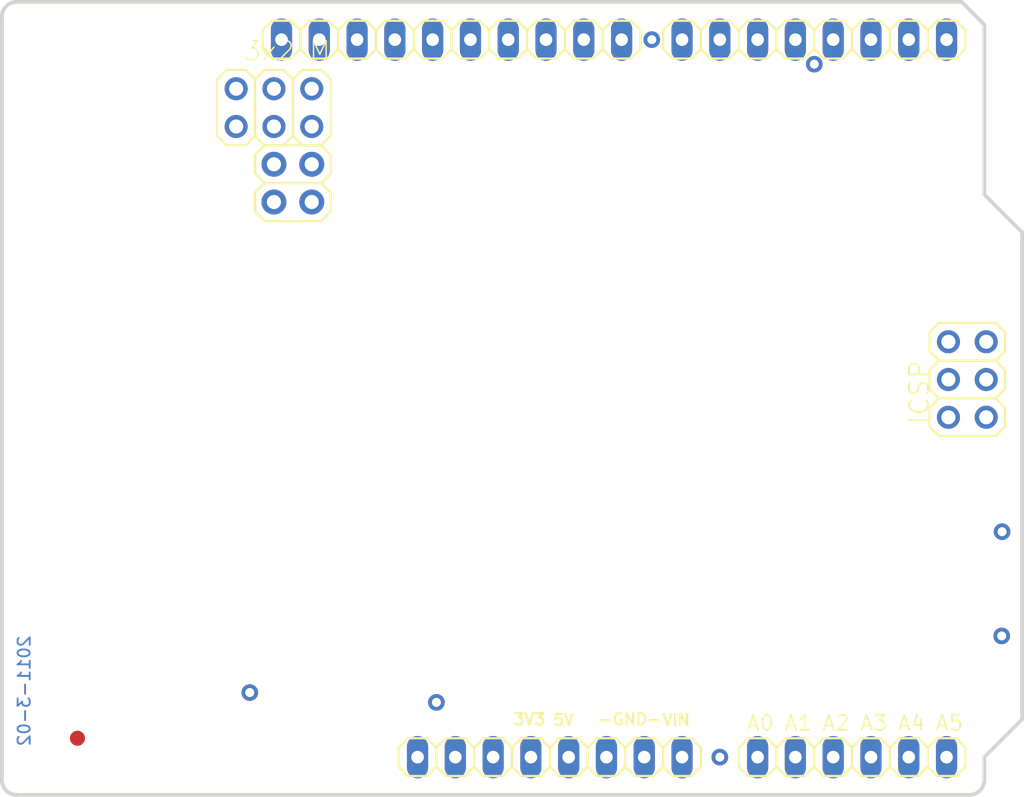
<source format=kicad_pcb>
(kicad_pcb (version 20171130) (host pcbnew 5.1.9+dfsg1-1)

  (general
    (thickness 1.6)
    (drawings 23)
    (tracks 0)
    (zones 0)
    (modules 19)
    (nets 35)
  )

  (page A4)
  (layers
    (0 Top signal)
    (31 Bottom signal)
    (32 B.Adhes user)
    (33 F.Adhes user)
    (34 B.Paste user)
    (35 F.Paste user)
    (36 B.SilkS user)
    (37 F.SilkS user)
    (38 B.Mask user)
    (39 F.Mask user)
    (40 Dwgs.User user)
    (41 Cmts.User user)
    (42 Eco1.User user)
    (43 Eco2.User user)
    (44 Edge.Cuts user)
    (45 Margin user)
    (46 B.CrtYd user)
    (47 F.CrtYd user)
    (48 B.Fab user)
    (49 F.Fab user)
  )

  (setup
    (last_trace_width 0.254)
    (trace_clearance 0.3048)
    (zone_clearance 0.508)
    (zone_45_only no)
    (trace_min 0.254)
    (via_size 1.524)
    (via_drill 1.016)
    (via_min_size 1.524)
    (via_min_drill 1.016)
    (uvia_size 0.2)
    (uvia_drill 0.1)
    (uvias_allowed no)
    (uvia_min_size 0.2)
    (uvia_min_drill 0.1)
    (edge_width 0.15)
    (segment_width 0.2)
    (pcb_text_width 0.3)
    (pcb_text_size 1.5 1.5)
    (mod_edge_width 0.15)
    (mod_text_size 1.5 1.5)
    (mod_text_width 0.15)
    (pad_size 1.524 1.524)
    (pad_drill 0.762)
    (pad_to_mask_clearance 0.2)
    (aux_axis_origin 0 0)
    (grid_origin 50.8 160.02)
    (visible_elements 7FFFFF7F)
    (pcbplotparams
      (layerselection 0x00030_80000001)
      (usegerberextensions true)
      (usegerberattributes true)
      (usegerberadvancedattributes true)
      (creategerberjobfile true)
      (excludeedgelayer false)
      (linewidth 0.100000)
      (plotframeref false)
      (viasonmask false)
      (mode 1)
      (useauxorigin true)
      (hpglpennumber 1)
      (hpglpenspeed 20)
      (hpglpendiameter 15.000000)
      (psnegative false)
      (psa4output false)
      (plotreference true)
      (plotvalue true)
      (plotinvisibletext false)
      (padsonsilk false)
      (subtractmaskfromsilk false)
      (outputformat 1)
      (mirror false)
      (drillshape 1)
      (scaleselection 1)
      (outputdirectory ""))
  )

  (net 0 "")
  (net 1 +5V)
  (net 2 GND)
  (net 3 AREF)
  (net 4 RESET)
  (net 5 VIN)
  (net 6 SCK)
  (net 7 +3V3)
  (net 8 MISO)
  (net 9 MOSI)
  (net 10 SS)
  (net 11 RESET2)
  (net 12 MISO2)
  (net 13 MOSI2)
  (net 14 SCK2)
  (net 15 AD0)
  (net 16 AD1)
  (net 17 AD2)
  (net 18 AD3)
  (net 19 AD4/SDA)
  (net 20 AD5/SCL)
  (net 21 IO2)
  (net 22 IO1)
  (net 23 IO0)
  (net 24 IO3)
  (net 25 IO4)
  (net 26 IO5)
  (net 27 IO6)
  (net 28 IO7)
  (net 29 IO8)
  (net 30 IO9)
  (net 31 PB4)
  (net 32 PB5)
  (net 33 PB6)
  (net 34 PB7)

  (net_class Default "This is the default net class."
    (clearance 0.3048)
    (trace_width 0.254)
    (via_dia 1.524)
    (via_drill 1.016)
    (uvia_dia 0.2)
    (uvia_drill 0.1)
    (add_net +3V3)
    (add_net +5V)
    (add_net AD0)
    (add_net AD1)
    (add_net AD2)
    (add_net AD3)
    (add_net AD4/SDA)
    (add_net AD5/SCL)
    (add_net AREF)
    (add_net GND)
    (add_net IO0)
    (add_net IO1)
    (add_net IO2)
    (add_net IO3)
    (add_net IO4)
    (add_net IO5)
    (add_net IO6)
    (add_net IO7)
    (add_net IO8)
    (add_net IO9)
    (add_net MISO)
    (add_net MISO2)
    (add_net MOSI)
    (add_net MOSI2)
    (add_net PB4)
    (add_net PB5)
    (add_net PB6)
    (add_net PB7)
    (add_net RESET)
    (add_net RESET2)
    (add_net SCK)
    (add_net SCK2)
    (add_net SS)
    (add_net VIN)
  )

  (module @HOLE1 (layer Top) (tedit 0) (tstamp 0)
    (at 116.84 124.46)
    (fp_text reference @HOLE1 (at 0 0) (layer F.SilkS) hide
      (effects (font (size 0.5 0.5) (thickness 0.1)))
    )
    (fp_text value ~ (at 0 0) (layer F.Fab) hide
      (effects (font (size 0.5 0.5) (thickness 0.1)))
    )
    (pad "" np_thru_hole circle (at 0 0) (size 3.2 3.2) (drill 3.2) (layers *.Cu))
  )

  (module @HOLE2 (layer Top) (tedit 0) (tstamp 0)
    (at 116.84 152.4)
    (fp_text reference @HOLE2 (at 0 0) (layer F.SilkS) hide
      (effects (font (size 0.5 0.5) (thickness 0.1)))
    )
    (fp_text value ~ (at 0 0) (layer F.Fab) hide
      (effects (font (size 0.5 0.5) (thickness 0.1)))
    )
    (pad "" np_thru_hole circle (at 0 0) (size 3.2 3.2) (drill 3.2) (layers *.Cu))
  )

  (module @HOLE3 (layer Top) (tedit 0) (tstamp 0)
    (at 66.04 109.22)
    (fp_text reference @HOLE3 (at 0 0) (layer F.SilkS) hide
      (effects (font (size 0.5 0.5) (thickness 0.1)))
    )
    (fp_text value ~ (at 0 0) (layer F.Fab) hide
      (effects (font (size 0.5 0.5) (thickness 0.1)))
    )
    (pad "" np_thru_hole circle (at 0 0) (size 3.2 3.2) (drill 3.2) (layers *.Cu))
  )

  (module @HOLE4 (layer Top) (tedit 0) (tstamp 0)
    (at 64.77 157.48)
    (fp_text reference @HOLE4 (at 0 0) (layer F.SilkS) hide
      (effects (font (size 0.5 0.5) (thickness 0.1)))
    )
    (fp_text value ~ (at 0 0) (layer F.Fab) hide
      (effects (font (size 0.5 0.5) (thickness 0.1)))
    )
    (pad "" np_thru_hole circle (at 0 0) (size 3.2 3.2) (drill 3.2) (layers *.Cu))
  )

  (module @V10 (layer Top) (tedit 0) (tstamp 0)
    (at 80.00999 153.797)
    (attr virtual)
    (fp_text reference @V10 (at 0 0) (layer F.SilkS) hide
      (effects (font (size 0.5 0.5) (thickness 0.1)))
    )
    (fp_text value ~ (at 0 0) (layer F.Fab) hide
      (effects (font (size 0.5 0.5) (thickness 0.1)))
    )
    (pad "" thru_hole circle (at 0 0) (size 1.1176 1.1176) (drill 0.6096) (layers *.Cu *.Mask)
      (net 2 GND) (zone_connect 2))
  )

  (module @V12 (layer Top) (tedit 0) (tstamp 0)
    (at 67.4624 153.1366)
    (attr virtual)
    (fp_text reference @V12 (at 0 0) (layer F.SilkS) hide
      (effects (font (size 0.5 0.5) (thickness 0.1)))
    )
    (fp_text value ~ (at 0 0) (layer F.Fab) hide
      (effects (font (size 0.5 0.5) (thickness 0.1)))
    )
    (pad "" thru_hole circle (at 0 0) (size 1.1176 1.1176) (drill 0.6096) (layers *.Cu *.Mask)
      (net 2 GND) (zone_connect 2))
  )

  (module @V14 (layer Top) (tedit 0) (tstamp 0)
    (at 105.41 110.871)
    (attr virtual)
    (fp_text reference @V14 (at 0 0) (layer F.SilkS) hide
      (effects (font (size 0.5 0.5) (thickness 0.1)))
    )
    (fp_text value ~ (at 0 0) (layer F.Fab) hide
      (effects (font (size 0.5 0.5) (thickness 0.1)))
    )
    (pad "" thru_hole circle (at 0 0) (size 1.1176 1.1176) (drill 0.6096) (layers *.Cu *.Mask)
      (net 2 GND) (zone_connect 2))
  )

  (module @V20 (layer Top) (tedit 0) (tstamp 0)
    (at 94.488 109.22)
    (attr virtual)
    (fp_text reference @V20 (at 0 0) (layer F.SilkS) hide
      (effects (font (size 0.5 0.5) (thickness 0.1)))
    )
    (fp_text value ~ (at 0 0) (layer F.Fab) hide
      (effects (font (size 0.5 0.5) (thickness 0.1)))
    )
    (pad "" thru_hole circle (at 0 0) (size 1.1176 1.1176) (drill 0.6096) (layers *.Cu *.Mask)
      (net 2 GND) (zone_connect 2))
  )

  (module @V21 (layer Top) (tedit 0) (tstamp 0)
    (at 99.06 157.48)
    (attr virtual)
    (fp_text reference @V21 (at 0 0) (layer F.SilkS) hide
      (effects (font (size 0.5 0.5) (thickness 0.1)))
    )
    (fp_text value ~ (at 0 0) (layer F.Fab) hide
      (effects (font (size 0.5 0.5) (thickness 0.1)))
    )
    (pad "" thru_hole circle (at 0 0) (size 1.1176 1.1176) (drill 0.6096) (layers *.Cu *.Mask)
      (net 2 GND) (zone_connect 2))
  )

  (module @V24 (layer Top) (tedit 0) (tstamp 0)
    (at 118.0084 149.3266)
    (attr virtual)
    (fp_text reference @V24 (at 0 0) (layer F.SilkS) hide
      (effects (font (size 0.5 0.5) (thickness 0.1)))
    )
    (fp_text value ~ (at 0 0) (layer F.Fab) hide
      (effects (font (size 0.5 0.5) (thickness 0.1)))
    )
    (pad "" thru_hole circle (at 0 0) (size 1.1176 1.1176) (drill 0.6096) (layers *.Cu *.Mask)
      (net 2 GND) (zone_connect 2))
  )

  (module @V27 (layer Top) (tedit 0) (tstamp 0)
    (at 118.0338 142.3162)
    (attr virtual)
    (fp_text reference @V27 (at 0 0) (layer F.SilkS) hide
      (effects (font (size 0.5 0.5) (thickness 0.1)))
    )
    (fp_text value ~ (at 0 0) (layer F.Fab) hide
      (effects (font (size 0.5 0.5) (thickness 0.1)))
    )
    (pad "" thru_hole circle (at 0 0) (size 1.1176 1.1176) (drill 0.6096) (layers *.Cu *.Mask)
      (net 2 GND) (zone_connect 2))
  )

  (module SmartPrj:2X03 locked (layer Top) (tedit 0) (tstamp 0)
    (at 115.697 132.08 270)
    (descr "PIN HEADER")
    (fp_text reference ICSP (at 0.864091 3.238012 90) (layer F.SilkS)
      (effects (font (size 1.27 1.27) (thickness 0.127)))
    )
    (fp_text value "3x2 M" (at 4.903006 0.406102 180) (layer F.SilkS) hide
      (effects (font (size 1.27 1.27) (thickness 0.1016)))
    )
    (fp_poly (pts (xy 2.286 1.016) (xy 2.794 1.016) (xy 2.794 1.524) (xy 2.286 1.524)) (layer F.Fab) (width 0))
    (fp_poly (pts (xy 2.286 -1.524) (xy 2.794 -1.524) (xy 2.794 -1.016) (xy 2.286 -1.016)) (layer F.Fab) (width 0))
    (fp_poly (pts (xy -0.254 1.016) (xy 0.254 1.016) (xy 0.254 1.524) (xy -0.254 1.524)) (layer F.Fab) (width 0))
    (fp_poly (pts (xy -0.254 -1.524) (xy 0.254 -1.524) (xy 0.254 -1.016) (xy -0.254 -1.016)) (layer F.Fab) (width 0))
    (fp_poly (pts (xy -2.794 -1.524) (xy -2.286 -1.524) (xy -2.286 -1.016) (xy -2.794 -1.016)) (layer F.Fab) (width 0))
    (fp_poly (pts (xy -2.794 1.016) (xy -2.286 1.016) (xy -2.286 1.524) (xy -2.794 1.524)) (layer F.Fab) (width 0))
    (fp_line (start 1.905 2.54) (end 3.175 2.54) (layer F.SilkS) (width 0.1524))
    (fp_line (start 3.81 -1.905) (end 3.81 1.905) (layer F.SilkS) (width 0.1524))
    (fp_line (start 3.175 -2.54) (end 3.81 -1.905) (layer F.SilkS) (width 0.1524))
    (fp_line (start 1.905 -2.54) (end 3.175 -2.54) (layer F.SilkS) (width 0.1524))
    (fp_line (start 1.27 -1.905) (end 1.905 -2.54) (layer F.SilkS) (width 0.1524))
    (fp_line (start 3.175 2.54) (end 3.81 1.905) (layer F.SilkS) (width 0.1524))
    (fp_line (start 1.27 1.905) (end 1.905 2.54) (layer F.SilkS) (width 0.1524))
    (fp_line (start -3.175 2.54) (end -1.905 2.54) (layer F.SilkS) (width 0.1524))
    (fp_line (start -0.635 2.54) (end 0.635 2.54) (layer F.SilkS) (width 0.1524))
    (fp_line (start 1.27 -1.905) (end 1.27 1.905) (layer F.SilkS) (width 0.1524))
    (fp_line (start -1.27 -1.905) (end -1.27 1.905) (layer F.SilkS) (width 0.1524))
    (fp_line (start 0.635 -2.54) (end 1.27 -1.905) (layer F.SilkS) (width 0.1524))
    (fp_line (start -0.635 -2.54) (end 0.635 -2.54) (layer F.SilkS) (width 0.1524))
    (fp_line (start -1.27 -1.905) (end -0.635 -2.54) (layer F.SilkS) (width 0.1524))
    (fp_line (start -1.905 -2.54) (end -1.27 -1.905) (layer F.SilkS) (width 0.1524))
    (fp_line (start -3.175 -2.54) (end -1.905 -2.54) (layer F.SilkS) (width 0.1524))
    (fp_line (start -3.81 -1.905) (end -3.175 -2.54) (layer F.SilkS) (width 0.1524))
    (fp_line (start -3.81 1.905) (end -3.81 -1.905) (layer F.SilkS) (width 0.1524))
    (fp_line (start 0.635 2.54) (end 1.27 1.905) (layer F.SilkS) (width 0.1524))
    (fp_line (start -1.27 1.905) (end -0.635 2.54) (layer F.SilkS) (width 0.1524))
    (fp_line (start -1.905 2.54) (end -1.27 1.905) (layer F.SilkS) (width 0.1524))
    (fp_line (start -3.81 1.905) (end -3.175 2.54) (layer F.SilkS) (width 0.1524))
    (pad 1 thru_hole circle (at -2.54 1.27 270) (size 1.55 1.55) (drill 0.95) (layers *.Cu *.Mask)
      (net 8 MISO))
    (pad 2 thru_hole circle (at -2.54 -1.27 270) (size 1.55 1.55) (drill 0.95) (layers *.Cu *.Mask)
      (net 1 +5V))
    (pad 3 thru_hole circle (at 0 1.27 270) (size 1.55 1.55) (drill 0.95) (layers *.Cu *.Mask)
      (net 6 SCK))
    (pad 4 thru_hole circle (at 0 -1.27 270) (size 1.55 1.55) (drill 0.95) (layers *.Cu *.Mask)
      (net 9 MOSI))
    (pad 5 thru_hole circle (at 2.54 1.27 270) (size 1.55 1.55) (drill 0.95) (layers *.Cu *.Mask)
      (net 4 RESET))
    (pad 6 thru_hole circle (at 2.54 -1.27 270) (size 1.55 1.55) (drill 0.95) (layers *.Cu *.Mask)
      (net 2 GND))
  )

  (module SmartPrj:1X08 locked (layer Top) (tedit 0) (tstamp 0)
    (at 105.41 109.22 180)
    (descr "PIN HEADER")
    (fp_text reference IOL1 (at -6.940248 -2.4638 180) (layer F.SilkS) hide
      (effects (font (size 1.27 1.27) (thickness 0.127)))
    )
    (fp_text value 8x1F-H8.5 (at -4.928798 2.539995 180) (layer F.SilkS) hide
      (effects (font (size 1.27 1.27) (thickness 0.1016)))
    )
    (fp_poly (pts (xy 8.636 -0.254) (xy 9.144 -0.254) (xy 9.144 0.254) (xy 8.636 0.254)) (layer F.Fab) (width 0))
    (fp_poly (pts (xy -9.144 -0.254) (xy -8.636 -0.254) (xy -8.636 0.254) (xy -9.144 0.254)) (layer F.Fab) (width 0))
    (fp_poly (pts (xy -6.604 -0.254) (xy -6.096 -0.254) (xy -6.096 0.254) (xy -6.604 0.254)) (layer F.Fab) (width 0))
    (fp_poly (pts (xy -4.064 -0.254) (xy -3.556 -0.254) (xy -3.556 0.254) (xy -4.064 0.254)) (layer F.Fab) (width 0))
    (fp_poly (pts (xy -1.524 -0.254) (xy -1.016 -0.254) (xy -1.016 0.254) (xy -1.524 0.254)) (layer F.Fab) (width 0))
    (fp_poly (pts (xy 1.016 -0.254) (xy 1.524 -0.254) (xy 1.524 0.254) (xy 1.016 0.254)) (layer F.Fab) (width 0))
    (fp_poly (pts (xy 3.556 -0.254) (xy 4.064 -0.254) (xy 4.064 0.254) (xy 3.556 0.254)) (layer F.Fab) (width 0))
    (fp_poly (pts (xy 6.096 -0.254) (xy 6.604 -0.254) (xy 6.604 0.254) (xy 6.096 0.254)) (layer F.Fab) (width 0))
    (fp_line (start 9.525 1.27) (end 8.255 1.27) (layer F.SilkS) (width 0.1524))
    (fp_line (start 7.62 0.635) (end 8.255 1.27) (layer F.SilkS) (width 0.1524))
    (fp_line (start 8.255 -1.27) (end 7.62 -0.635) (layer F.SilkS) (width 0.1524))
    (fp_line (start 10.16 0.635) (end 9.525 1.27) (layer F.SilkS) (width 0.1524))
    (fp_line (start 10.16 -0.635) (end 10.16 0.635) (layer F.SilkS) (width 0.1524))
    (fp_line (start 9.525 -1.27) (end 10.16 -0.635) (layer F.SilkS) (width 0.1524))
    (fp_line (start 8.255 -1.27) (end 9.525 -1.27) (layer F.SilkS) (width 0.1524))
    (fp_line (start -8.255 1.27) (end -9.525 1.27) (layer F.SilkS) (width 0.1524))
    (fp_line (start -10.16 0.635) (end -9.525 1.27) (layer F.SilkS) (width 0.1524))
    (fp_line (start -9.525 -1.27) (end -10.16 -0.635) (layer F.SilkS) (width 0.1524))
    (fp_line (start -10.16 -0.635) (end -10.16 0.635) (layer F.SilkS) (width 0.1524))
    (fp_line (start -6.985 1.27) (end -7.62 0.635) (layer F.SilkS) (width 0.1524))
    (fp_line (start -5.715 1.27) (end -6.985 1.27) (layer F.SilkS) (width 0.1524))
    (fp_line (start -5.08 0.635) (end -5.715 1.27) (layer F.SilkS) (width 0.1524))
    (fp_line (start -5.08 -0.635) (end -5.08 0.635) (layer F.SilkS) (width 0.1524))
    (fp_line (start -5.715 -1.27) (end -5.08 -0.635) (layer F.SilkS) (width 0.1524))
    (fp_line (start -6.985 -1.27) (end -5.715 -1.27) (layer F.SilkS) (width 0.1524))
    (fp_line (start -7.62 -0.635) (end -6.985 -1.27) (layer F.SilkS) (width 0.1524))
    (fp_line (start -7.62 0.635) (end -8.255 1.27) (layer F.SilkS) (width 0.1524))
    (fp_line (start -7.62 -0.635) (end -7.62 0.635) (layer F.SilkS) (width 0.1524))
    (fp_line (start -8.255 -1.27) (end -7.62 -0.635) (layer F.SilkS) (width 0.1524))
    (fp_line (start -9.525 -1.27) (end -8.255 -1.27) (layer F.SilkS) (width 0.1524))
    (fp_line (start -0.635 1.27) (end -1.905 1.27) (layer F.SilkS) (width 0.1524))
    (fp_line (start -2.54 0.635) (end -1.905 1.27) (layer F.SilkS) (width 0.1524))
    (fp_line (start -1.905 -1.27) (end -2.54 -0.635) (layer F.SilkS) (width 0.1524))
    (fp_line (start -4.445 1.27) (end -5.08 0.635) (layer F.SilkS) (width 0.1524))
    (fp_line (start -3.175 1.27) (end -4.445 1.27) (layer F.SilkS) (width 0.1524))
    (fp_line (start -2.54 0.635) (end -3.175 1.27) (layer F.SilkS) (width 0.1524))
    (fp_line (start -2.54 -0.635) (end -2.54 0.635) (layer F.SilkS) (width 0.1524))
    (fp_line (start -3.175 -1.27) (end -2.54 -0.635) (layer F.SilkS) (width 0.1524))
    (fp_line (start -4.445 -1.27) (end -3.175 -1.27) (layer F.SilkS) (width 0.1524))
    (fp_line (start -5.08 -0.635) (end -4.445 -1.27) (layer F.SilkS) (width 0.1524))
    (fp_line (start 0.635 1.27) (end 0 0.635) (layer F.SilkS) (width 0.1524))
    (fp_line (start 1.905 1.27) (end 0.635 1.27) (layer F.SilkS) (width 0.1524))
    (fp_line (start 2.54 0.635) (end 1.905 1.27) (layer F.SilkS) (width 0.1524))
    (fp_line (start 2.54 -0.635) (end 2.54 0.635) (layer F.SilkS) (width 0.1524))
    (fp_line (start 1.905 -1.27) (end 2.54 -0.635) (layer F.SilkS) (width 0.1524))
    (fp_line (start 0.635 -1.27) (end 1.905 -1.27) (layer F.SilkS) (width 0.1524))
    (fp_line (start 0 -0.635) (end 0.635 -1.27) (layer F.SilkS) (width 0.1524))
    (fp_line (start 0 0.635) (end -0.635 1.27) (layer F.SilkS) (width 0.1524))
    (fp_line (start 0 -0.635) (end 0 0.635) (layer F.SilkS) (width 0.1524))
    (fp_line (start -0.635 -1.27) (end 0 -0.635) (layer F.SilkS) (width 0.1524))
    (fp_line (start -1.905 -1.27) (end -0.635 -1.27) (layer F.SilkS) (width 0.1524))
    (fp_line (start 6.985 1.27) (end 5.715 1.27) (layer F.SilkS) (width 0.1524))
    (fp_line (start 5.08 0.635) (end 5.715 1.27) (layer F.SilkS) (width 0.1524))
    (fp_line (start 5.715 -1.27) (end 5.08 -0.635) (layer F.SilkS) (width 0.1524))
    (fp_line (start 3.175 1.27) (end 2.54 0.635) (layer F.SilkS) (width 0.1524))
    (fp_line (start 4.445 1.27) (end 3.175 1.27) (layer F.SilkS) (width 0.1524))
    (fp_line (start 5.08 0.635) (end 4.445 1.27) (layer F.SilkS) (width 0.1524))
    (fp_line (start 5.08 -0.635) (end 5.08 0.635) (layer F.SilkS) (width 0.1524))
    (fp_line (start 4.445 -1.27) (end 5.08 -0.635) (layer F.SilkS) (width 0.1524))
    (fp_line (start 3.175 -1.27) (end 4.445 -1.27) (layer F.SilkS) (width 0.1524))
    (fp_line (start 2.54 -0.635) (end 3.175 -1.27) (layer F.SilkS) (width 0.1524))
    (fp_line (start 7.62 0.635) (end 6.985 1.27) (layer F.SilkS) (width 0.1524))
    (fp_line (start 7.62 -0.635) (end 7.62 0.635) (layer F.SilkS) (width 0.1524))
    (fp_line (start 6.985 -1.27) (end 7.62 -0.635) (layer F.SilkS) (width 0.1524))
    (fp_line (start 5.715 -1.27) (end 6.985 -1.27) (layer F.SilkS) (width 0.1524))
    (pad 1 thru_hole oval (at -8.89 0 180) (size 1.4224 2.8448) (drill 0.85) (layers *.Cu *.Mask)
      (net 23 IO0))
    (pad 2 thru_hole oval (at -6.35 0 180) (size 1.4224 2.8448) (drill 0.85) (layers *.Cu *.Mask)
      (net 22 IO1))
    (pad 3 thru_hole oval (at -3.81 0 180) (size 1.4224 2.8448) (drill 0.85) (layers *.Cu *.Mask)
      (net 21 IO2))
    (pad 4 thru_hole oval (at -1.27 0 180) (size 1.4224 2.8448) (drill 0.85) (layers *.Cu *.Mask)
      (net 24 IO3))
    (pad 5 thru_hole oval (at 1.27 0 180) (size 1.4224 2.8448) (drill 0.85) (layers *.Cu *.Mask)
      (net 25 IO4))
    (pad 6 thru_hole oval (at 3.81 0 180) (size 1.4224 2.8448) (drill 0.85) (layers *.Cu *.Mask)
      (net 26 IO5))
    (pad 7 thru_hole oval (at 6.35 0 180) (size 1.4224 2.8448) (drill 0.85) (layers *.Cu *.Mask)
      (net 27 IO6))
    (pad 8 thru_hole oval (at 8.89 0 180) (size 1.4224 2.8448) (drill 0.85) (layers *.Cu *.Mask)
      (net 28 IO7))
  )

  (module SmartPrj:1X10 locked (layer Top) (tedit 0) (tstamp 0)
    (at 81.026 109.22 180)
    (descr "PIN HEADER")
    (fp_text reference IOH1 (at -9.480247 -2.4638 180) (layer F.SilkS) hide
      (effects (font (size 1.27 1.27) (thickness 0.127)))
    )
    (fp_text value 10x1F-H8.5 (at -4.32405 2.539995 180) (layer F.SilkS) hide
      (effects (font (size 1.27 1.27) (thickness 0.1016)))
    )
    (fp_poly (pts (xy 11.176 -0.254) (xy 11.684 -0.254) (xy 11.684 0.254) (xy 11.176 0.254)) (layer F.Fab) (width 0))
    (fp_poly (pts (xy -11.684 -0.254) (xy -11.176 -0.254) (xy -11.176 0.254) (xy -11.684 0.254)) (layer F.Fab) (width 0))
    (fp_poly (pts (xy -9.144 -0.254) (xy -8.636 -0.254) (xy -8.636 0.254) (xy -9.144 0.254)) (layer F.Fab) (width 0))
    (fp_poly (pts (xy -6.604 -0.254) (xy -6.096 -0.254) (xy -6.096 0.254) (xy -6.604 0.254)) (layer F.Fab) (width 0))
    (fp_poly (pts (xy -4.064 -0.254) (xy -3.556 -0.254) (xy -3.556 0.254) (xy -4.064 0.254)) (layer F.Fab) (width 0))
    (fp_poly (pts (xy -1.524 -0.254) (xy -1.016 -0.254) (xy -1.016 0.254) (xy -1.524 0.254)) (layer F.Fab) (width 0))
    (fp_poly (pts (xy 1.016 -0.254) (xy 1.524 -0.254) (xy 1.524 0.254) (xy 1.016 0.254)) (layer F.Fab) (width 0))
    (fp_poly (pts (xy 3.556 -0.254) (xy 4.064 -0.254) (xy 4.064 0.254) (xy 3.556 0.254)) (layer F.Fab) (width 0))
    (fp_poly (pts (xy 6.096 -0.254) (xy 6.604 -0.254) (xy 6.604 0.254) (xy 6.096 0.254)) (layer F.Fab) (width 0))
    (fp_poly (pts (xy 8.636 -0.254) (xy 9.144 -0.254) (xy 9.144 0.254) (xy 8.636 0.254)) (layer F.Fab) (width 0))
    (fp_line (start 12.065 1.27) (end 10.795 1.27) (layer F.SilkS) (width 0.1524))
    (fp_line (start 10.16 0.635) (end 10.795 1.27) (layer F.SilkS) (width 0.1524))
    (fp_line (start 10.795 -1.27) (end 10.16 -0.635) (layer F.SilkS) (width 0.1524))
    (fp_line (start 12.7 0.635) (end 12.065 1.27) (layer F.SilkS) (width 0.1524))
    (fp_line (start 12.7 -0.635) (end 12.7 0.635) (layer F.SilkS) (width 0.1524))
    (fp_line (start 12.065 -1.27) (end 12.7 -0.635) (layer F.SilkS) (width 0.1524))
    (fp_line (start 10.795 -1.27) (end 12.065 -1.27) (layer F.SilkS) (width 0.1524))
    (fp_line (start -10.795 1.27) (end -12.065 1.27) (layer F.SilkS) (width 0.1524))
    (fp_line (start -12.7 0.635) (end -12.065 1.27) (layer F.SilkS) (width 0.1524))
    (fp_line (start -12.065 -1.27) (end -12.7 -0.635) (layer F.SilkS) (width 0.1524))
    (fp_line (start -12.7 -0.635) (end -12.7 0.635) (layer F.SilkS) (width 0.1524))
    (fp_line (start -9.525 1.27) (end -10.16 0.635) (layer F.SilkS) (width 0.1524))
    (fp_line (start -8.255 1.27) (end -9.525 1.27) (layer F.SilkS) (width 0.1524))
    (fp_line (start -7.62 0.635) (end -8.255 1.27) (layer F.SilkS) (width 0.1524))
    (fp_line (start -7.62 -0.635) (end -7.62 0.635) (layer F.SilkS) (width 0.1524))
    (fp_line (start -8.255 -1.27) (end -7.62 -0.635) (layer F.SilkS) (width 0.1524))
    (fp_line (start -9.525 -1.27) (end -8.255 -1.27) (layer F.SilkS) (width 0.1524))
    (fp_line (start -10.16 -0.635) (end -9.525 -1.27) (layer F.SilkS) (width 0.1524))
    (fp_line (start -10.16 0.635) (end -10.795 1.27) (layer F.SilkS) (width 0.1524))
    (fp_line (start -10.16 -0.635) (end -10.16 0.635) (layer F.SilkS) (width 0.1524))
    (fp_line (start -10.795 -1.27) (end -10.16 -0.635) (layer F.SilkS) (width 0.1524))
    (fp_line (start -12.065 -1.27) (end -10.795 -1.27) (layer F.SilkS) (width 0.1524))
    (fp_line (start -3.175 1.27) (end -4.445 1.27) (layer F.SilkS) (width 0.1524))
    (fp_line (start -5.08 0.635) (end -4.445 1.27) (layer F.SilkS) (width 0.1524))
    (fp_line (start -4.445 -1.27) (end -5.08 -0.635) (layer F.SilkS) (width 0.1524))
    (fp_line (start -6.985 1.27) (end -7.62 0.635) (layer F.SilkS) (width 0.1524))
    (fp_line (start -5.715 1.27) (end -6.985 1.27) (layer F.SilkS) (width 0.1524))
    (fp_line (start -5.08 0.635) (end -5.715 1.27) (layer F.SilkS) (width 0.1524))
    (fp_line (start -5.08 -0.635) (end -5.08 0.635) (layer F.SilkS) (width 0.1524))
    (fp_line (start -5.715 -1.27) (end -5.08 -0.635) (layer F.SilkS) (width 0.1524))
    (fp_line (start -6.985 -1.27) (end -5.715 -1.27) (layer F.SilkS) (width 0.1524))
    (fp_line (start -7.62 -0.635) (end -6.985 -1.27) (layer F.SilkS) (width 0.1524))
    (fp_line (start -1.905 1.27) (end -2.54 0.635) (layer F.SilkS) (width 0.1524))
    (fp_line (start -0.635 1.27) (end -1.905 1.27) (layer F.SilkS) (width 0.1524))
    (fp_line (start 0 0.635) (end -0.635 1.27) (layer F.SilkS) (width 0.1524))
    (fp_line (start 0 -0.635) (end 0 0.635) (layer F.SilkS) (width 0.1524))
    (fp_line (start -0.635 -1.27) (end 0 -0.635) (layer F.SilkS) (width 0.1524))
    (fp_line (start -1.905 -1.27) (end -0.635 -1.27) (layer F.SilkS) (width 0.1524))
    (fp_line (start -2.54 -0.635) (end -1.905 -1.27) (layer F.SilkS) (width 0.1524))
    (fp_line (start -2.54 0.635) (end -3.175 1.27) (layer F.SilkS) (width 0.1524))
    (fp_line (start -2.54 -0.635) (end -2.54 0.635) (layer F.SilkS) (width 0.1524))
    (fp_line (start -3.175 -1.27) (end -2.54 -0.635) (layer F.SilkS) (width 0.1524))
    (fp_line (start -4.445 -1.27) (end -3.175 -1.27) (layer F.SilkS) (width 0.1524))
    (fp_line (start 4.445 1.27) (end 3.175 1.27) (layer F.SilkS) (width 0.1524))
    (fp_line (start 2.54 0.635) (end 3.175 1.27) (layer F.SilkS) (width 0.1524))
    (fp_line (start 3.175 -1.27) (end 2.54 -0.635) (layer F.SilkS) (width 0.1524))
    (fp_line (start 0.635 1.27) (end 0 0.635) (layer F.SilkS) (width 0.1524))
    (fp_line (start 1.905 1.27) (end 0.635 1.27) (layer F.SilkS) (width 0.1524))
    (fp_line (start 2.54 0.635) (end 1.905 1.27) (layer F.SilkS) (width 0.1524))
    (fp_line (start 2.54 -0.635) (end 2.54 0.635) (layer F.SilkS) (width 0.1524))
    (fp_line (start 1.905 -1.27) (end 2.54 -0.635) (layer F.SilkS) (width 0.1524))
    (fp_line (start 0.635 -1.27) (end 1.905 -1.27) (layer F.SilkS) (width 0.1524))
    (fp_line (start 0 -0.635) (end 0.635 -1.27) (layer F.SilkS) (width 0.1524))
    (fp_line (start 5.715 1.27) (end 5.08 0.635) (layer F.SilkS) (width 0.1524))
    (fp_line (start 6.985 1.27) (end 5.715 1.27) (layer F.SilkS) (width 0.1524))
    (fp_line (start 7.62 0.635) (end 6.985 1.27) (layer F.SilkS) (width 0.1524))
    (fp_line (start 7.62 -0.635) (end 7.62 0.635) (layer F.SilkS) (width 0.1524))
    (fp_line (start 6.985 -1.27) (end 7.62 -0.635) (layer F.SilkS) (width 0.1524))
    (fp_line (start 5.715 -1.27) (end 6.985 -1.27) (layer F.SilkS) (width 0.1524))
    (fp_line (start 5.08 -0.635) (end 5.715 -1.27) (layer F.SilkS) (width 0.1524))
    (fp_line (start 5.08 0.635) (end 4.445 1.27) (layer F.SilkS) (width 0.1524))
    (fp_line (start 5.08 -0.635) (end 5.08 0.635) (layer F.SilkS) (width 0.1524))
    (fp_line (start 4.445 -1.27) (end 5.08 -0.635) (layer F.SilkS) (width 0.1524))
    (fp_line (start 3.175 -1.27) (end 4.445 -1.27) (layer F.SilkS) (width 0.1524))
    (fp_line (start 8.255 1.27) (end 7.62 0.635) (layer F.SilkS) (width 0.1524))
    (fp_line (start 9.525 1.27) (end 8.255 1.27) (layer F.SilkS) (width 0.1524))
    (fp_line (start 10.16 0.635) (end 9.525 1.27) (layer F.SilkS) (width 0.1524))
    (fp_line (start 10.16 -0.635) (end 10.16 0.635) (layer F.SilkS) (width 0.1524))
    (fp_line (start 9.525 -1.27) (end 10.16 -0.635) (layer F.SilkS) (width 0.1524))
    (fp_line (start 8.255 -1.27) (end 9.525 -1.27) (layer F.SilkS) (width 0.1524))
    (fp_line (start 7.62 -0.635) (end 8.255 -1.27) (layer F.SilkS) (width 0.1524))
    (pad 1 thru_hole oval (at -11.43 0 180) (size 1.4224 2.8448) (drill 0.85) (layers *.Cu *.Mask)
      (net 29 IO8))
    (pad 2 thru_hole oval (at -8.89 0 180) (size 1.4224 2.8448) (drill 0.85) (layers *.Cu *.Mask)
      (net 30 IO9))
    (pad 3 thru_hole oval (at -6.35 0 180) (size 1.4224 2.8448) (drill 0.85) (layers *.Cu *.Mask)
      (net 10 SS))
    (pad 4 thru_hole oval (at -3.81 0 180) (size 1.4224 2.8448) (drill 0.85) (layers *.Cu *.Mask)
      (net 9 MOSI))
    (pad 5 thru_hole oval (at -1.27 0 180) (size 1.4224 2.8448) (drill 0.85) (layers *.Cu *.Mask)
      (net 8 MISO))
    (pad 6 thru_hole oval (at 1.27 0 180) (size 1.4224 2.8448) (drill 0.85) (layers *.Cu *.Mask)
      (net 6 SCK))
    (pad 7 thru_hole oval (at 3.81 0 180) (size 1.4224 2.8448) (drill 0.85) (layers *.Cu *.Mask)
      (net 2 GND))
    (pad 8 thru_hole oval (at 6.35 0 180) (size 1.4224 2.8448) (drill 0.85) (layers *.Cu *.Mask)
      (net 3 AREF))
    (pad 9 thru_hole oval (at 8.89 0 180) (size 1.4224 2.8448) (drill 0.85) (layers *.Cu *.Mask)
      (net 19 AD4/SDA))
    (pad 10 thru_hole oval (at 11.43 0 180) (size 1.4224 2.8448) (drill 0.85) (layers *.Cu *.Mask)
      (net 20 AD5/SCL))
  )

  (module SmartPrj:1X06 locked (layer Top) (tedit 0) (tstamp 0)
    (at 107.95 157.48)
    (descr "PIN HEADER")
    (fp_text reference AD1 (at -4.400247 -2.4638) (layer F.SilkS) hide
      (effects (font (size 1.27 1.27) (thickness 0.127)))
    )
    (fp_text value 6x1F-H8.5 (at -2.388804 2.540003) (layer F.SilkS) hide
      (effects (font (size 1.27 1.27) (thickness 0.1016)))
    )
    (fp_poly (pts (xy 6.096 -0.254) (xy 6.604 -0.254) (xy 6.604 0.254) (xy 6.096 0.254)) (layer F.Fab) (width 0))
    (fp_poly (pts (xy -6.604 -0.254) (xy -6.096 -0.254) (xy -6.096 0.254) (xy -6.604 0.254)) (layer F.Fab) (width 0))
    (fp_poly (pts (xy -4.064 -0.254) (xy -3.556 -0.254) (xy -3.556 0.254) (xy -4.064 0.254)) (layer F.Fab) (width 0))
    (fp_poly (pts (xy -1.524 -0.254) (xy -1.016 -0.254) (xy -1.016 0.254) (xy -1.524 0.254)) (layer F.Fab) (width 0))
    (fp_poly (pts (xy 1.016 -0.254) (xy 1.524 -0.254) (xy 1.524 0.254) (xy 1.016 0.254)) (layer F.Fab) (width 0))
    (fp_poly (pts (xy 3.556 -0.254) (xy 4.064 -0.254) (xy 4.064 0.254) (xy 3.556 0.254)) (layer F.Fab) (width 0))
    (fp_line (start 6.985 1.27) (end 5.715 1.27) (layer F.SilkS) (width 0.1524))
    (fp_line (start 5.08 0.635) (end 5.715 1.27) (layer F.SilkS) (width 0.1524))
    (fp_line (start 5.715 -1.27) (end 5.08 -0.635) (layer F.SilkS) (width 0.1524))
    (fp_line (start 7.62 0.635) (end 6.985 1.27) (layer F.SilkS) (width 0.1524))
    (fp_line (start 7.62 -0.635) (end 7.62 0.635) (layer F.SilkS) (width 0.1524))
    (fp_line (start 6.985 -1.27) (end 7.62 -0.635) (layer F.SilkS) (width 0.1524))
    (fp_line (start 5.715 -1.27) (end 6.985 -1.27) (layer F.SilkS) (width 0.1524))
    (fp_line (start -5.715 1.27) (end -6.985 1.27) (layer F.SilkS) (width 0.1524))
    (fp_line (start -7.62 0.635) (end -6.985 1.27) (layer F.SilkS) (width 0.1524))
    (fp_line (start -6.985 -1.27) (end -7.62 -0.635) (layer F.SilkS) (width 0.1524))
    (fp_line (start -7.62 -0.635) (end -7.62 0.635) (layer F.SilkS) (width 0.1524))
    (fp_line (start -4.445 1.27) (end -5.08 0.635) (layer F.SilkS) (width 0.1524))
    (fp_line (start -3.175 1.27) (end -4.445 1.27) (layer F.SilkS) (width 0.1524))
    (fp_line (start -2.54 0.635) (end -3.175 1.27) (layer F.SilkS) (width 0.1524))
    (fp_line (start -2.54 -0.635) (end -2.54 0.635) (layer F.SilkS) (width 0.1524))
    (fp_line (start -3.175 -1.27) (end -2.54 -0.635) (layer F.SilkS) (width 0.1524))
    (fp_line (start -4.445 -1.27) (end -3.175 -1.27) (layer F.SilkS) (width 0.1524))
    (fp_line (start -5.08 -0.635) (end -4.445 -1.27) (layer F.SilkS) (width 0.1524))
    (fp_line (start -5.08 0.635) (end -5.715 1.27) (layer F.SilkS) (width 0.1524))
    (fp_line (start -5.08 -0.635) (end -5.08 0.635) (layer F.SilkS) (width 0.1524))
    (fp_line (start -5.715 -1.27) (end -5.08 -0.635) (layer F.SilkS) (width 0.1524))
    (fp_line (start -6.985 -1.27) (end -5.715 -1.27) (layer F.SilkS) (width 0.1524))
    (fp_line (start 1.905 1.27) (end 0.635 1.27) (layer F.SilkS) (width 0.1524))
    (fp_line (start 0 0.635) (end 0.635 1.27) (layer F.SilkS) (width 0.1524))
    (fp_line (start 0.635 -1.27) (end 0 -0.635) (layer F.SilkS) (width 0.1524))
    (fp_line (start -1.905 1.27) (end -2.54 0.635) (layer F.SilkS) (width 0.1524))
    (fp_line (start -0.635 1.27) (end -1.905 1.27) (layer F.SilkS) (width 0.1524))
    (fp_line (start 0 0.635) (end -0.635 1.27) (layer F.SilkS) (width 0.1524))
    (fp_line (start 0 -0.635) (end 0 0.635) (layer F.SilkS) (width 0.1524))
    (fp_line (start -0.635 -1.27) (end 0 -0.635) (layer F.SilkS) (width 0.1524))
    (fp_line (start -1.905 -1.27) (end -0.635 -1.27) (layer F.SilkS) (width 0.1524))
    (fp_line (start -2.54 -0.635) (end -1.905 -1.27) (layer F.SilkS) (width 0.1524))
    (fp_line (start 3.175 1.27) (end 2.54 0.635) (layer F.SilkS) (width 0.1524))
    (fp_line (start 4.445 1.27) (end 3.175 1.27) (layer F.SilkS) (width 0.1524))
    (fp_line (start 5.08 0.635) (end 4.445 1.27) (layer F.SilkS) (width 0.1524))
    (fp_line (start 5.08 -0.635) (end 5.08 0.635) (layer F.SilkS) (width 0.1524))
    (fp_line (start 4.445 -1.27) (end 5.08 -0.635) (layer F.SilkS) (width 0.1524))
    (fp_line (start 3.175 -1.27) (end 4.445 -1.27) (layer F.SilkS) (width 0.1524))
    (fp_line (start 2.54 -0.635) (end 3.175 -1.27) (layer F.SilkS) (width 0.1524))
    (fp_line (start 2.54 0.635) (end 1.905 1.27) (layer F.SilkS) (width 0.1524))
    (fp_line (start 2.54 -0.635) (end 2.54 0.635) (layer F.SilkS) (width 0.1524))
    (fp_line (start 1.905 -1.27) (end 2.54 -0.635) (layer F.SilkS) (width 0.1524))
    (fp_line (start 0.635 -1.27) (end 1.905 -1.27) (layer F.SilkS) (width 0.1524))
    (pad 1 thru_hole oval (at -6.35 0) (size 1.4224 2.8448) (drill 0.85) (layers *.Cu *.Mask)
      (net 15 AD0))
    (pad 2 thru_hole oval (at -3.81 0) (size 1.4224 2.8448) (drill 0.85) (layers *.Cu *.Mask)
      (net 16 AD1))
    (pad 3 thru_hole oval (at -1.27 0) (size 1.4224 2.8448) (drill 0.85) (layers *.Cu *.Mask)
      (net 17 AD2))
    (pad 4 thru_hole oval (at 1.27 0) (size 1.4224 2.8448) (drill 0.85) (layers *.Cu *.Mask)
      (net 18 AD3))
    (pad 5 thru_hole oval (at 3.81 0) (size 1.4224 2.8448) (drill 0.85) (layers *.Cu *.Mask)
      (net 19 AD4/SDA))
    (pad 6 thru_hole oval (at 6.35 0) (size 1.4224 2.8448) (drill 0.85) (layers *.Cu *.Mask)
      (net 20 AD5/SCL))
  )

  (module SmartPrj:FIDUCIA-MOUNT (layer Top) (tedit 0) (tstamp 0)
    (at 55.88 156.21)
    (fp_text reference FD3 (at 0 0) (layer F.SilkS) hide
      (effects (font (size 1.5 1.5) (thickness 0.15)))
    )
    (fp_text value FIDUCIALMOUNT (at 0 0) (layer F.Fab) hide
      (effects (font (size 1.5 1.5) (thickness 0.15)))
    )
    (fp_circle (center 0 0) (end 1.5 0) (layer Dwgs.User) (width 0.127))
    (fp_circle (center 0 0) (end 0.5 0) (layer F.Mask) (width 2.1844))
    (pad P$1 smd oval (at 0 0) (size 1.016 1.016) (layers Top F.Paste F.Mask))
  )

  (module SmartPrj:2X03 locked (layer Top) (tedit 0) (tstamp 0)
    (at 69.088 113.792 180)
    (descr "PIN HEADER")
    (fp_text reference ICSP1 (at -0.012102 -0.000005 180) (layer F.Fab)
      (effects (font (size 1.27 1.27) (thickness 0.127)))
    )
    (fp_text value "3x2 M" (at -0.876903 3.81 180) (layer F.SilkS)
      (effects (font (size 1.27 1.27) (thickness 0.1016)))
    )
    (fp_poly (pts (xy 2.286 1.016) (xy 2.794 1.016) (xy 2.794 1.524) (xy 2.286 1.524)) (layer F.Fab) (width 0))
    (fp_poly (pts (xy 2.286 -1.524) (xy 2.794 -1.524) (xy 2.794 -1.016) (xy 2.286 -1.016)) (layer F.Fab) (width 0))
    (fp_poly (pts (xy -0.254 1.016) (xy 0.254 1.016) (xy 0.254 1.524) (xy -0.254 1.524)) (layer F.Fab) (width 0))
    (fp_poly (pts (xy -0.254 -1.524) (xy 0.254 -1.524) (xy 0.254 -1.016) (xy -0.254 -1.016)) (layer F.Fab) (width 0))
    (fp_poly (pts (xy -2.794 -1.524) (xy -2.286 -1.524) (xy -2.286 -1.016) (xy -2.794 -1.016)) (layer F.Fab) (width 0))
    (fp_poly (pts (xy -2.794 1.016) (xy -2.286 1.016) (xy -2.286 1.524) (xy -2.794 1.524)) (layer F.Fab) (width 0))
    (fp_line (start 1.905 2.54) (end 3.175 2.54) (layer F.SilkS) (width 0.1524))
    (fp_line (start 3.81 -1.905) (end 3.81 1.905) (layer F.SilkS) (width 0.1524))
    (fp_line (start 3.175 -2.54) (end 3.81 -1.905) (layer F.SilkS) (width 0.1524))
    (fp_line (start 1.905 -2.54) (end 3.175 -2.54) (layer F.SilkS) (width 0.1524))
    (fp_line (start 1.27 -1.905) (end 1.905 -2.54) (layer F.SilkS) (width 0.1524))
    (fp_line (start 3.175 2.54) (end 3.81 1.905) (layer F.SilkS) (width 0.1524))
    (fp_line (start 1.27 1.905) (end 1.905 2.54) (layer F.SilkS) (width 0.1524))
    (fp_line (start -3.175 2.54) (end -1.905 2.54) (layer F.SilkS) (width 0.1524))
    (fp_line (start -0.635 2.54) (end 0.635 2.54) (layer F.SilkS) (width 0.1524))
    (fp_line (start 1.27 -1.905) (end 1.27 1.905) (layer F.SilkS) (width 0.1524))
    (fp_line (start -1.27 -1.905) (end -1.27 1.905) (layer F.SilkS) (width 0.1524))
    (fp_line (start 0.635 -2.54) (end 1.27 -1.905) (layer F.SilkS) (width 0.1524))
    (fp_line (start -0.635 -2.54) (end 0.635 -2.54) (layer F.SilkS) (width 0.1524))
    (fp_line (start -1.27 -1.905) (end -0.635 -2.54) (layer F.SilkS) (width 0.1524))
    (fp_line (start -1.905 -2.54) (end -1.27 -1.905) (layer F.SilkS) (width 0.1524))
    (fp_line (start -3.175 -2.54) (end -1.905 -2.54) (layer F.SilkS) (width 0.1524))
    (fp_line (start -3.81 -1.905) (end -3.175 -2.54) (layer F.SilkS) (width 0.1524))
    (fp_line (start -3.81 1.905) (end -3.81 -1.905) (layer F.SilkS) (width 0.1524))
    (fp_line (start 0.635 2.54) (end 1.27 1.905) (layer F.SilkS) (width 0.1524))
    (fp_line (start -1.27 1.905) (end -0.635 2.54) (layer F.SilkS) (width 0.1524))
    (fp_line (start -1.905 2.54) (end -1.27 1.905) (layer F.SilkS) (width 0.1524))
    (fp_line (start -3.81 1.905) (end -3.175 2.54) (layer F.SilkS) (width 0.1524))
    (pad 1 thru_hole circle (at -2.54 1.27 180) (size 1.55 1.55) (drill 0.95) (layers *.Cu *.Mask)
      (net 12 MISO2))
    (pad 2 thru_hole circle (at -2.54 -1.27 180) (size 1.55 1.55) (drill 0.95) (layers *.Cu *.Mask)
      (net 1 +5V))
    (pad 3 thru_hole circle (at 0 1.27 180) (size 1.55 1.55) (drill 0.95) (layers *.Cu *.Mask)
      (net 14 SCK2))
    (pad 4 thru_hole circle (at 0 -1.27 180) (size 1.55 1.55) (drill 0.95) (layers *.Cu *.Mask)
      (net 13 MOSI2))
    (pad 5 thru_hole circle (at 2.54 1.27 180) (size 1.55 1.55) (drill 0.95) (layers *.Cu *.Mask)
      (net 11 RESET2))
    (pad 6 thru_hole circle (at 2.54 -1.27 180) (size 1.55 1.55) (drill 0.95) (layers *.Cu *.Mask)
      (net 2 GND))
  )

  (module SmartPrj:2X02 locked (layer Top) (tedit 0) (tstamp 0)
    (at 70.358 118.872 90)
    (descr "PIN HEADER")
    (fp_text reference JP2 (at 0.326568 -3.683004 90) (layer F.Fab)
      (effects (font (size 1.27 1.27) (thickness 0.127)))
    )
    (fp_text value "2x2 M - NM" (at 3.537863 3.81 90) (layer F.SilkS) hide
      (effects (font (size 1.27 1.27) (thickness 0.1016)))
    )
    (fp_poly (pts (xy 1.016 1.016) (xy 1.524 1.016) (xy 1.524 1.524) (xy 1.016 1.524)) (layer F.Fab) (width 0))
    (fp_poly (pts (xy 1.016 -1.524) (xy 1.524 -1.524) (xy 1.524 -1.016) (xy 1.016 -1.016)) (layer F.Fab) (width 0))
    (fp_poly (pts (xy -1.524 -1.524) (xy -1.016 -1.524) (xy -1.016 -1.016) (xy -1.524 -1.016)) (layer F.Fab) (width 0))
    (fp_poly (pts (xy -1.524 1.016) (xy -1.016 1.016) (xy -1.016 1.524) (xy -1.524 1.524)) (layer F.Fab) (width 0))
    (fp_line (start -1.905 2.54) (end -0.635 2.54) (layer F.SilkS) (width 0.1524))
    (fp_line (start 0.635 2.54) (end 1.905 2.54) (layer F.SilkS) (width 0.1524))
    (fp_line (start 2.54 -1.905) (end 2.54 1.905) (layer F.SilkS) (width 0.1524))
    (fp_line (start 0 -1.905) (end 0 1.905) (layer F.SilkS) (width 0.1524))
    (fp_line (start 1.905 -2.54) (end 2.54 -1.905) (layer F.SilkS) (width 0.1524))
    (fp_line (start 0.635 -2.54) (end 1.905 -2.54) (layer F.SilkS) (width 0.1524))
    (fp_line (start 0 -1.905) (end 0.635 -2.54) (layer F.SilkS) (width 0.1524))
    (fp_line (start -0.635 -2.54) (end 0 -1.905) (layer F.SilkS) (width 0.1524))
    (fp_line (start -1.905 -2.54) (end -0.635 -2.54) (layer F.SilkS) (width 0.1524))
    (fp_line (start -2.54 -1.905) (end -1.905 -2.54) (layer F.SilkS) (width 0.1524))
    (fp_line (start -2.54 1.905) (end -2.54 -1.905) (layer F.SilkS) (width 0.1524))
    (fp_line (start 1.905 2.54) (end 2.54 1.905) (layer F.SilkS) (width 0.1524))
    (fp_line (start 0 1.905) (end 0.635 2.54) (layer F.SilkS) (width 0.1524))
    (fp_line (start -0.635 2.54) (end 0 1.905) (layer F.SilkS) (width 0.1524))
    (fp_line (start -2.54 1.905) (end -1.905 2.54) (layer F.SilkS) (width 0.1524))
    (pad 1 thru_hole circle (at -1.27 1.27 90) (size 1.6764 1.6764) (drill 0.95) (layers *.Cu *.Mask)
      (net 31 PB4))
    (pad 2 thru_hole circle (at -1.27 -1.27 90) (size 1.6764 1.6764) (drill 0.95) (layers *.Cu *.Mask)
      (net 33 PB6))
    (pad 3 thru_hole circle (at 1.27 1.27 90) (size 1.6764 1.6764) (drill 0.95) (layers *.Cu *.Mask)
      (net 32 PB5))
    (pad 4 thru_hole circle (at 1.27 -1.27 90) (size 1.6764 1.6764) (drill 0.95) (layers *.Cu *.Mask)
      (net 34 PB7))
  )

  (module SmartPrj:1X08 locked (layer Top) (tedit 0) (tstamp 0)
    (at 87.63 157.48)
    (descr "PIN HEADER")
    (fp_text reference POWER1 (at 6.431028 -4.876806) (layer F.SilkS) hide
      (effects (font (size 1.27 1.27) (thickness 0.127)))
    )
    (fp_text value 8x1F-H8.5 (at -4.928813 2.540003) (layer F.SilkS) hide
      (effects (font (size 1.27 1.27) (thickness 0.1016)))
    )
    (fp_poly (pts (xy 8.636 -0.254) (xy 9.144 -0.254) (xy 9.144 0.254) (xy 8.636 0.254)) (layer F.Fab) (width 0))
    (fp_poly (pts (xy -9.144 -0.254) (xy -8.636 -0.254) (xy -8.636 0.254) (xy -9.144 0.254)) (layer F.Fab) (width 0))
    (fp_poly (pts (xy -6.604 -0.254) (xy -6.096 -0.254) (xy -6.096 0.254) (xy -6.604 0.254)) (layer F.Fab) (width 0))
    (fp_poly (pts (xy -4.064 -0.254) (xy -3.556 -0.254) (xy -3.556 0.254) (xy -4.064 0.254)) (layer F.Fab) (width 0))
    (fp_poly (pts (xy -1.524 -0.254) (xy -1.016 -0.254) (xy -1.016 0.254) (xy -1.524 0.254)) (layer F.Fab) (width 0))
    (fp_poly (pts (xy 1.016 -0.254) (xy 1.524 -0.254) (xy 1.524 0.254) (xy 1.016 0.254)) (layer F.Fab) (width 0))
    (fp_poly (pts (xy 3.556 -0.254) (xy 4.064 -0.254) (xy 4.064 0.254) (xy 3.556 0.254)) (layer F.Fab) (width 0))
    (fp_poly (pts (xy 6.096 -0.254) (xy 6.604 -0.254) (xy 6.604 0.254) (xy 6.096 0.254)) (layer F.Fab) (width 0))
    (fp_line (start 9.525 1.27) (end 8.255 1.27) (layer F.SilkS) (width 0.1524))
    (fp_line (start 7.62 0.635) (end 8.255 1.27) (layer F.SilkS) (width 0.1524))
    (fp_line (start 8.255 -1.27) (end 7.62 -0.635) (layer F.SilkS) (width 0.1524))
    (fp_line (start 10.16 0.635) (end 9.525 1.27) (layer F.SilkS) (width 0.1524))
    (fp_line (start 10.16 -0.635) (end 10.16 0.635) (layer F.SilkS) (width 0.1524))
    (fp_line (start 9.525 -1.27) (end 10.16 -0.635) (layer F.SilkS) (width 0.1524))
    (fp_line (start 8.255 -1.27) (end 9.525 -1.27) (layer F.SilkS) (width 0.1524))
    (fp_line (start -8.255 1.27) (end -9.525 1.27) (layer F.SilkS) (width 0.1524))
    (fp_line (start -10.16 0.635) (end -9.525 1.27) (layer F.SilkS) (width 0.1524))
    (fp_line (start -9.525 -1.27) (end -10.16 -0.635) (layer F.SilkS) (width 0.1524))
    (fp_line (start -10.16 -0.635) (end -10.16 0.635) (layer F.SilkS) (width 0.1524))
    (fp_line (start -6.985 1.27) (end -7.62 0.635) (layer F.SilkS) (width 0.1524))
    (fp_line (start -5.715 1.27) (end -6.985 1.27) (layer F.SilkS) (width 0.1524))
    (fp_line (start -5.08 0.635) (end -5.715 1.27) (layer F.SilkS) (width 0.1524))
    (fp_line (start -5.08 -0.635) (end -5.08 0.635) (layer F.SilkS) (width 0.1524))
    (fp_line (start -5.715 -1.27) (end -5.08 -0.635) (layer F.SilkS) (width 0.1524))
    (fp_line (start -6.985 -1.27) (end -5.715 -1.27) (layer F.SilkS) (width 0.1524))
    (fp_line (start -7.62 -0.635) (end -6.985 -1.27) (layer F.SilkS) (width 0.1524))
    (fp_line (start -7.62 0.635) (end -8.255 1.27) (layer F.SilkS) (width 0.1524))
    (fp_line (start -7.62 -0.635) (end -7.62 0.635) (layer F.SilkS) (width 0.1524))
    (fp_line (start -8.255 -1.27) (end -7.62 -0.635) (layer F.SilkS) (width 0.1524))
    (fp_line (start -9.525 -1.27) (end -8.255 -1.27) (layer F.SilkS) (width 0.1524))
    (fp_line (start -0.635 1.27) (end -1.905 1.27) (layer F.SilkS) (width 0.1524))
    (fp_line (start -2.54 0.635) (end -1.905 1.27) (layer F.SilkS) (width 0.1524))
    (fp_line (start -1.905 -1.27) (end -2.54 -0.635) (layer F.SilkS) (width 0.1524))
    (fp_line (start -4.445 1.27) (end -5.08 0.635) (layer F.SilkS) (width 0.1524))
    (fp_line (start -3.175 1.27) (end -4.445 1.27) (layer F.SilkS) (width 0.1524))
    (fp_line (start -2.54 0.635) (end -3.175 1.27) (layer F.SilkS) (width 0.1524))
    (fp_line (start -2.54 -0.635) (end -2.54 0.635) (layer F.SilkS) (width 0.1524))
    (fp_line (start -3.175 -1.27) (end -2.54 -0.635) (layer F.SilkS) (width 0.1524))
    (fp_line (start -4.445 -1.27) (end -3.175 -1.27) (layer F.SilkS) (width 0.1524))
    (fp_line (start -5.08 -0.635) (end -4.445 -1.27) (layer F.SilkS) (width 0.1524))
    (fp_line (start 0.635 1.27) (end 0 0.635) (layer F.SilkS) (width 0.1524))
    (fp_line (start 1.905 1.27) (end 0.635 1.27) (layer F.SilkS) (width 0.1524))
    (fp_line (start 2.54 0.635) (end 1.905 1.27) (layer F.SilkS) (width 0.1524))
    (fp_line (start 2.54 -0.635) (end 2.54 0.635) (layer F.SilkS) (width 0.1524))
    (fp_line (start 1.905 -1.27) (end 2.54 -0.635) (layer F.SilkS) (width 0.1524))
    (fp_line (start 0.635 -1.27) (end 1.905 -1.27) (layer F.SilkS) (width 0.1524))
    (fp_line (start 0 -0.635) (end 0.635 -1.27) (layer F.SilkS) (width 0.1524))
    (fp_line (start 0 0.635) (end -0.635 1.27) (layer F.SilkS) (width 0.1524))
    (fp_line (start 0 -0.635) (end 0 0.635) (layer F.SilkS) (width 0.1524))
    (fp_line (start -0.635 -1.27) (end 0 -0.635) (layer F.SilkS) (width 0.1524))
    (fp_line (start -1.905 -1.27) (end -0.635 -1.27) (layer F.SilkS) (width 0.1524))
    (fp_line (start 6.985 1.27) (end 5.715 1.27) (layer F.SilkS) (width 0.1524))
    (fp_line (start 5.08 0.635) (end 5.715 1.27) (layer F.SilkS) (width 0.1524))
    (fp_line (start 5.715 -1.27) (end 5.08 -0.635) (layer F.SilkS) (width 0.1524))
    (fp_line (start 3.175 1.27) (end 2.54 0.635) (layer F.SilkS) (width 0.1524))
    (fp_line (start 4.445 1.27) (end 3.175 1.27) (layer F.SilkS) (width 0.1524))
    (fp_line (start 5.08 0.635) (end 4.445 1.27) (layer F.SilkS) (width 0.1524))
    (fp_line (start 5.08 -0.635) (end 5.08 0.635) (layer F.SilkS) (width 0.1524))
    (fp_line (start 4.445 -1.27) (end 5.08 -0.635) (layer F.SilkS) (width 0.1524))
    (fp_line (start 3.175 -1.27) (end 4.445 -1.27) (layer F.SilkS) (width 0.1524))
    (fp_line (start 2.54 -0.635) (end 3.175 -1.27) (layer F.SilkS) (width 0.1524))
    (fp_line (start 7.62 0.635) (end 6.985 1.27) (layer F.SilkS) (width 0.1524))
    (fp_line (start 7.62 -0.635) (end 7.62 0.635) (layer F.SilkS) (width 0.1524))
    (fp_line (start 6.985 -1.27) (end 7.62 -0.635) (layer F.SilkS) (width 0.1524))
    (fp_line (start 5.715 -1.27) (end 6.985 -1.27) (layer F.SilkS) (width 0.1524))
    (pad 1 thru_hole oval (at -8.89 0) (size 1.4224 2.8448) (drill 0.85) (layers *.Cu *.Mask))
    (pad 2 thru_hole oval (at -6.35 0) (size 1.4224 2.8448) (drill 0.85) (layers *.Cu *.Mask)
      (net 1 +5V))
    (pad 3 thru_hole oval (at -3.81 0) (size 1.4224 2.8448) (drill 0.85) (layers *.Cu *.Mask)
      (net 4 RESET))
    (pad 4 thru_hole oval (at -1.27 0) (size 1.4224 2.8448) (drill 0.85) (layers *.Cu *.Mask)
      (net 7 +3V3))
    (pad 5 thru_hole oval (at 1.27 0) (size 1.4224 2.8448) (drill 0.85) (layers *.Cu *.Mask)
      (net 1 +5V))
    (pad 6 thru_hole oval (at 3.81 0) (size 1.4224 2.8448) (drill 0.85) (layers *.Cu *.Mask)
      (net 2 GND))
    (pad 7 thru_hole oval (at 6.35 0) (size 1.4224 2.8448) (drill 0.85) (layers *.Cu *.Mask)
      (net 2 GND))
    (pad 8 thru_hole oval (at 8.89 0) (size 1.4224 2.8448) (drill 0.85) (layers *.Cu *.Mask)
      (net 5 VIN))
  )

  (gr_text 3V3 (at 85.09 154.94) (layer F.SilkS) (tstamp 6143A788)
    (effects (font (size 0.762 0.762) (thickness 0.170688)) (justify left))
  )
  (gr_text 5V (at 87.757 154.9908) (layer F.SilkS) (tstamp 6143A785)
    (effects (font (size 0.762 0.762) (thickness 0.1524)) (justify left))
  )
  (gr_text A0 (at 100.7886 155.1818) (layer F.SilkS)
    (effects (font (size 1.016 1.016) (thickness 0.12192)) (justify left))
  )
  (gr_text 2011-3-02 (at 52.2986 149.225 90) (layer Bottom)
    (effects (font (size 0.8128 0.8128) (thickness 0.12192)) (justify left mirror))
  )
  (gr_text A1 (at 103.3286 155.1818) (layer F.SilkS)
    (effects (font (size 1.016 1.016) (thickness 0.12192)) (justify left))
  )
  (gr_text A2 (at 105.8686 155.1818) (layer F.SilkS)
    (effects (font (size 1.016 1.016) (thickness 0.12192)) (justify left))
  )
  (gr_text A3 (at 108.4086 155.1818) (layer F.SilkS)
    (effects (font (size 1.016 1.016) (thickness 0.12192)) (justify left))
  )
  (gr_text A4 (at 110.9486 155.1818) (layer F.SilkS)
    (effects (font (size 1.016 1.016) (thickness 0.12192)) (justify left))
  )
  (gr_text A5 (at 113.4886 155.1818) (layer F.SilkS)
    (effects (font (size 1.016 1.016) (thickness 0.12192)) (justify left))
  )
  (gr_text VIN (at 95.123 154.9908) (layer F.SilkS)
    (effects (font (size 0.762 0.762) (thickness 0.1524)) (justify left))
  )
  (gr_text -GND- (at 90.805 154.94) (layer F.SilkS)
    (effects (font (size 0.762 0.762) (thickness 0.1524)) (justify left))
  )
  (gr_line (start 115.316 106.68) (end 116.84 108.204) (layer Edge.Cuts) (width 0.254))
  (gr_line (start 116.84 119.634) (end 119.38 122.174) (layer Edge.Cuts) (width 0.254))
  (gr_line (start 119.38 122.174) (end 119.38 154.94) (layer Edge.Cuts) (width 0.254))
  (gr_line (start 119.38 154.94) (end 116.84 157.48) (layer Edge.Cuts) (width 0.254))
  (gr_line (start 116.84 157.48) (end 116.84 159.02) (layer Edge.Cuts) (width 0.254))
  (gr_arc (start 115.84 159.02) (end 116.84 159.02) (angle 90) (layer Edge.Cuts) (width 0.254))
  (gr_line (start 115.84 160.02) (end 51.8 160.02) (layer Edge.Cuts) (width 0.254))
  (gr_arc (start 51.8 159.02) (end 51.8 160.02) (angle 90) (layer Edge.Cuts) (width 0.254))
  (gr_line (start 50.8 159.02) (end 50.8 107.68) (layer Edge.Cuts) (width 0.254))
  (gr_arc (start 51.8 107.68) (end 50.8 107.68) (angle 90) (layer Edge.Cuts) (width 0.254))
  (gr_line (start 51.8 106.68) (end 115.316 106.68) (layer Edge.Cuts) (width 0.254))
  (gr_line (start 116.84 108.204) (end 116.84 119.634) (layer Edge.Cuts) (width 0.254))

  (zone (net 0) (net_name "") (layer Dwgs.User) (tstamp 0) (hatch none 0.508)
    (connect_pads (clearance 0.508))
    (min_thickness 0.001)
    (fill (arc_segments 16) (thermal_gap 0.508) (thermal_bridge_width 0.508))
    (polygon
      (pts
        (xy 112.141 124.206) (xy 115.57 124.206) (xy 115.57 122.809) (xy 112.141 122.809)
      )
    )
  )
)

</source>
